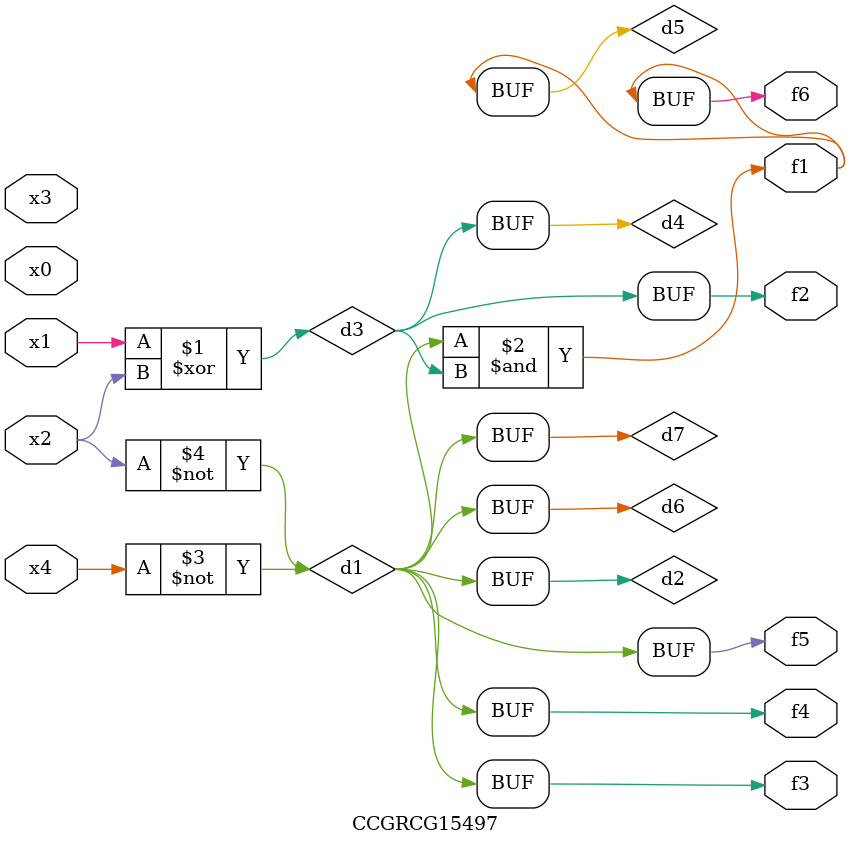
<source format=v>
module CCGRCG15497(
	input x0, x1, x2, x3, x4,
	output f1, f2, f3, f4, f5, f6
);

	wire d1, d2, d3, d4, d5, d6, d7;

	not (d1, x4);
	not (d2, x2);
	xor (d3, x1, x2);
	buf (d4, d3);
	and (d5, d1, d3);
	buf (d6, d1, d2);
	buf (d7, d2);
	assign f1 = d5;
	assign f2 = d4;
	assign f3 = d7;
	assign f4 = d7;
	assign f5 = d7;
	assign f6 = d5;
endmodule

</source>
